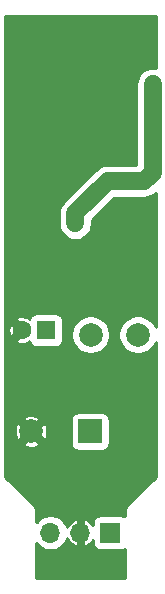
<source format=gbr>
%TF.GenerationSoftware,KiCad,Pcbnew,(5.1.9)-1*%
%TF.CreationDate,2021-02-17T20:09:15+00:00*%
%TF.ProjectId,TMBuck,544d4275-636b-42e6-9b69-6361645f7063,rev?*%
%TF.SameCoordinates,Original*%
%TF.FileFunction,Copper,L2,Bot*%
%TF.FilePolarity,Positive*%
%FSLAX46Y46*%
G04 Gerber Fmt 4.6, Leading zero omitted, Abs format (unit mm)*
G04 Created by KiCad (PCBNEW (5.1.9)-1) date 2021-02-17 20:09:15*
%MOMM*%
%LPD*%
G01*
G04 APERTURE LIST*
%TA.AperFunction,ComponentPad*%
%ADD10C,1.600000*%
%TD*%
%TA.AperFunction,ComponentPad*%
%ADD11R,1.600000X1.600000*%
%TD*%
%TA.AperFunction,ComponentPad*%
%ADD12C,2.000000*%
%TD*%
%TA.AperFunction,ComponentPad*%
%ADD13R,2.000000X2.000000*%
%TD*%
%TA.AperFunction,ComponentPad*%
%ADD14O,1.700000X1.700000*%
%TD*%
%TA.AperFunction,ComponentPad*%
%ADD15R,1.700000X1.700000*%
%TD*%
%TA.AperFunction,ViaPad*%
%ADD16C,0.600000*%
%TD*%
%TA.AperFunction,ViaPad*%
%ADD17C,0.900000*%
%TD*%
%TA.AperFunction,Conductor*%
%ADD18C,1.500000*%
%TD*%
%TA.AperFunction,Conductor*%
%ADD19C,0.254000*%
%TD*%
%TA.AperFunction,Conductor*%
%ADD20C,0.100000*%
%TD*%
G04 APERTURE END LIST*
D10*
%TO.P,C1,2*%
%TO.N,GND*%
X113390000Y-87470000D03*
D11*
%TO.P,C1,1*%
%TO.N,VCC*%
X115390000Y-87470000D03*
%TD*%
D12*
%TO.P,C2,2*%
%TO.N,GND*%
X114140000Y-96040000D03*
D13*
%TO.P,C2,1*%
%TO.N,+5V*%
X119140000Y-96040000D03*
%TD*%
D14*
%TO.P,J1,3*%
%TO.N,VCC*%
X115775000Y-104610000D03*
%TO.P,J1,2*%
%TO.N,GND*%
X118315000Y-104610000D03*
D15*
%TO.P,J1,1*%
%TO.N,+5V*%
X120855000Y-104610000D03*
%TD*%
D12*
%TO.P,L1,2*%
%TO.N,Net-(D1-Pad1)*%
X119170000Y-87840000D03*
%TO.P,L1,1*%
%TO.N,+5V*%
X123170000Y-87840000D03*
%TD*%
D16*
%TO.N,GND*%
X113120000Y-61290000D03*
X115660000Y-61290000D03*
X118200000Y-61290000D03*
X120740000Y-61290000D03*
X123280000Y-61290000D03*
X118120000Y-66160000D03*
X113610000Y-66120000D03*
X120375000Y-66160000D03*
X115865000Y-66160000D03*
X122630000Y-66160000D03*
X114140000Y-77980000D03*
X116200000Y-77970000D03*
X119850000Y-77990000D03*
X121760000Y-77980000D03*
X124300000Y-77980000D03*
X113200000Y-69280000D03*
X113200000Y-71820000D03*
X113200000Y-74360000D03*
X113200000Y-76900000D03*
D17*
%TO.N,Net-(D1-Pad1)*%
X117880000Y-78430000D03*
X124433940Y-66630000D03*
%TD*%
D18*
%TO.N,Net-(D1-Pad1)*%
X117880000Y-77578038D02*
X120608038Y-74850000D01*
X117880000Y-78430000D02*
X117880000Y-77578038D01*
X123700000Y-74850000D02*
X124433940Y-74116060D01*
X120608038Y-74850000D02*
X123700000Y-74850000D01*
X124433940Y-74116060D02*
X124433940Y-66630000D01*
X124433940Y-66630000D02*
X124433940Y-66630000D01*
%TD*%
D19*
%TO.N,GND*%
X124675950Y-65262135D02*
X124501977Y-65245000D01*
X124433940Y-65238299D01*
X124365904Y-65245000D01*
X124365903Y-65245000D01*
X124162433Y-65265040D01*
X123901359Y-65344236D01*
X123660752Y-65472843D01*
X123449859Y-65645919D01*
X123276783Y-65856812D01*
X123148176Y-66097419D01*
X123068980Y-66358493D01*
X123042239Y-66630000D01*
X123048941Y-66698047D01*
X123048940Y-73465000D01*
X120676064Y-73465000D01*
X120608037Y-73458300D01*
X120540010Y-73465000D01*
X120540001Y-73465000D01*
X120336531Y-73485040D01*
X120075457Y-73564236D01*
X119834850Y-73692843D01*
X119834848Y-73692844D01*
X119834849Y-73692844D01*
X119676804Y-73822548D01*
X119676802Y-73822550D01*
X119623957Y-73865919D01*
X119580588Y-73918764D01*
X116948764Y-76550589D01*
X116895920Y-76593957D01*
X116722843Y-76804850D01*
X116594236Y-77045457D01*
X116515040Y-77306531D01*
X116495000Y-77510001D01*
X116495000Y-77510009D01*
X116488300Y-77578038D01*
X116495000Y-77646067D01*
X116495000Y-78498036D01*
X116515040Y-78701506D01*
X116594236Y-78962580D01*
X116722843Y-79203187D01*
X116895919Y-79414080D01*
X117106812Y-79587157D01*
X117347419Y-79715764D01*
X117608493Y-79794960D01*
X117880000Y-79821701D01*
X118151506Y-79794960D01*
X118412580Y-79715764D01*
X118653187Y-79587157D01*
X118864080Y-79414081D01*
X119037157Y-79203188D01*
X119165764Y-78962581D01*
X119244960Y-78701507D01*
X119265000Y-78498037D01*
X119265000Y-78151723D01*
X121181724Y-76235000D01*
X123631971Y-76235000D01*
X123700000Y-76241700D01*
X123768029Y-76235000D01*
X123768037Y-76235000D01*
X123971507Y-76214960D01*
X124232581Y-76135764D01*
X124473188Y-76007157D01*
X124675950Y-75840754D01*
X124675951Y-87203226D01*
X124618918Y-87065537D01*
X124439987Y-86797748D01*
X124212252Y-86570013D01*
X123944463Y-86391082D01*
X123646912Y-86267832D01*
X123331033Y-86205000D01*
X123008967Y-86205000D01*
X122693088Y-86267832D01*
X122395537Y-86391082D01*
X122127748Y-86570013D01*
X121900013Y-86797748D01*
X121721082Y-87065537D01*
X121597832Y-87363088D01*
X121535000Y-87678967D01*
X121535000Y-88001033D01*
X121597832Y-88316912D01*
X121721082Y-88614463D01*
X121900013Y-88882252D01*
X122127748Y-89109987D01*
X122395537Y-89288918D01*
X122693088Y-89412168D01*
X123008967Y-89475000D01*
X123331033Y-89475000D01*
X123646912Y-89412168D01*
X123944463Y-89288918D01*
X124212252Y-89109987D01*
X124439987Y-88882252D01*
X124618918Y-88614463D01*
X124675951Y-88476774D01*
X124675951Y-99899083D01*
X122280232Y-102294803D01*
X122255281Y-102315280D01*
X122234804Y-102340231D01*
X122234802Y-102340233D01*
X122173547Y-102414872D01*
X122112814Y-102528495D01*
X122075415Y-102651785D01*
X122062787Y-102780000D01*
X122065951Y-102812125D01*
X122065951Y-103234762D01*
X122059494Y-103229463D01*
X121949180Y-103170498D01*
X121829482Y-103134188D01*
X121705000Y-103121928D01*
X120005000Y-103121928D01*
X119880518Y-103134188D01*
X119760820Y-103170498D01*
X119650506Y-103229463D01*
X119553815Y-103308815D01*
X119474463Y-103405506D01*
X119415498Y-103515820D01*
X119379188Y-103635518D01*
X119366928Y-103760000D01*
X119366928Y-103982363D01*
X119356576Y-103961404D01*
X119210028Y-103770665D01*
X119029084Y-103612181D01*
X118820698Y-103492043D01*
X118747930Y-103461914D01*
X118563000Y-103504731D01*
X118563000Y-104362000D01*
X118583000Y-104362000D01*
X118583000Y-104858000D01*
X118563000Y-104858000D01*
X118563000Y-105715269D01*
X118747930Y-105758086D01*
X118820698Y-105727957D01*
X119029084Y-105607819D01*
X119210028Y-105449335D01*
X119356576Y-105258596D01*
X119366928Y-105237637D01*
X119366928Y-105460000D01*
X119379188Y-105584482D01*
X119415498Y-105704180D01*
X119474463Y-105814494D01*
X119553815Y-105911185D01*
X119650506Y-105990537D01*
X119760820Y-106049502D01*
X119880518Y-106085812D01*
X120005000Y-106098072D01*
X121705000Y-106098072D01*
X121829482Y-106085812D01*
X121949180Y-106049502D01*
X122059494Y-105990537D01*
X122065950Y-105985238D01*
X122065950Y-108475950D01*
X114584050Y-108475950D01*
X114584050Y-105500547D01*
X114621525Y-105556632D01*
X114828368Y-105763475D01*
X115071589Y-105925990D01*
X115341842Y-106037932D01*
X115628740Y-106095000D01*
X115921260Y-106095000D01*
X116208158Y-106037932D01*
X116478411Y-105925990D01*
X116721632Y-105763475D01*
X116928475Y-105556632D01*
X117090990Y-105313411D01*
X117186550Y-105082709D01*
X117273424Y-105258596D01*
X117419972Y-105449335D01*
X117600916Y-105607819D01*
X117809302Y-105727957D01*
X117882070Y-105758086D01*
X118067000Y-105715269D01*
X118067000Y-104858000D01*
X118047000Y-104858000D01*
X118047000Y-104362000D01*
X118067000Y-104362000D01*
X118067000Y-103504731D01*
X117882070Y-103461914D01*
X117809302Y-103492043D01*
X117600916Y-103612181D01*
X117419972Y-103770665D01*
X117273424Y-103961404D01*
X117186550Y-104137291D01*
X117090990Y-103906589D01*
X116928475Y-103663368D01*
X116721632Y-103456525D01*
X116478411Y-103294010D01*
X116208158Y-103182068D01*
X115921260Y-103125000D01*
X115628740Y-103125000D01*
X115341842Y-103182068D01*
X115071589Y-103294010D01*
X114828368Y-103456525D01*
X114621525Y-103663368D01*
X114584050Y-103719453D01*
X114584050Y-102822117D01*
X114587213Y-102790000D01*
X114584050Y-102757883D01*
X114584050Y-102757875D01*
X114574586Y-102661784D01*
X114537187Y-102538495D01*
X114476453Y-102424871D01*
X114468246Y-102414871D01*
X114415199Y-102350232D01*
X114415192Y-102350225D01*
X114394720Y-102325280D01*
X114369776Y-102304809D01*
X111964050Y-99899085D01*
X111964050Y-97110092D01*
X113420633Y-97110092D01*
X113540509Y-97287051D01*
X113795316Y-97380044D01*
X114063369Y-97421540D01*
X114334367Y-97409944D01*
X114597895Y-97345702D01*
X114739491Y-97287051D01*
X114859367Y-97110092D01*
X114140000Y-96390725D01*
X113420633Y-97110092D01*
X111964050Y-97110092D01*
X111964050Y-95963369D01*
X112758460Y-95963369D01*
X112770056Y-96234367D01*
X112834298Y-96497895D01*
X112892949Y-96639491D01*
X113069908Y-96759367D01*
X113789275Y-96040000D01*
X114490725Y-96040000D01*
X115210092Y-96759367D01*
X115387051Y-96639491D01*
X115480044Y-96384684D01*
X115521540Y-96116631D01*
X115509944Y-95845633D01*
X115445702Y-95582105D01*
X115387051Y-95440509D01*
X115210092Y-95320633D01*
X114490725Y-96040000D01*
X113789275Y-96040000D01*
X113069908Y-95320633D01*
X112892949Y-95440509D01*
X112799956Y-95695316D01*
X112758460Y-95963369D01*
X111964050Y-95963369D01*
X111964050Y-94969908D01*
X113420633Y-94969908D01*
X114140000Y-95689275D01*
X114789275Y-95040000D01*
X117501928Y-95040000D01*
X117501928Y-97040000D01*
X117514188Y-97164482D01*
X117550498Y-97284180D01*
X117609463Y-97394494D01*
X117688815Y-97491185D01*
X117785506Y-97570537D01*
X117895820Y-97629502D01*
X118015518Y-97665812D01*
X118140000Y-97678072D01*
X120140000Y-97678072D01*
X120264482Y-97665812D01*
X120384180Y-97629502D01*
X120494494Y-97570537D01*
X120591185Y-97491185D01*
X120670537Y-97394494D01*
X120729502Y-97284180D01*
X120765812Y-97164482D01*
X120778072Y-97040000D01*
X120778072Y-95040000D01*
X120765812Y-94915518D01*
X120729502Y-94795820D01*
X120670537Y-94685506D01*
X120591185Y-94588815D01*
X120494494Y-94509463D01*
X120384180Y-94450498D01*
X120264482Y-94414188D01*
X120140000Y-94401928D01*
X118140000Y-94401928D01*
X118015518Y-94414188D01*
X117895820Y-94450498D01*
X117785506Y-94509463D01*
X117688815Y-94588815D01*
X117609463Y-94685506D01*
X117550498Y-94795820D01*
X117514188Y-94915518D01*
X117501928Y-95040000D01*
X114789275Y-95040000D01*
X114859367Y-94969908D01*
X114739491Y-94792949D01*
X114484684Y-94699956D01*
X114216631Y-94658460D01*
X113945633Y-94670056D01*
X113682105Y-94734298D01*
X113540509Y-94792949D01*
X113420633Y-94969908D01*
X111964050Y-94969908D01*
X111964050Y-87441192D01*
X112207656Y-87441192D01*
X112224754Y-87672409D01*
X112286632Y-87895848D01*
X112308681Y-87949079D01*
X112465235Y-88044040D01*
X113039275Y-87470000D01*
X112465235Y-86895960D01*
X112308681Y-86990921D01*
X112235995Y-87211082D01*
X112207656Y-87441192D01*
X111964050Y-87441192D01*
X111964050Y-86545235D01*
X112815960Y-86545235D01*
X113390000Y-87119275D01*
X113404143Y-87105133D01*
X113754868Y-87455858D01*
X113740725Y-87470000D01*
X113754868Y-87484143D01*
X113404143Y-87834868D01*
X113390000Y-87820725D01*
X112815960Y-88394765D01*
X112910921Y-88551319D01*
X113131082Y-88624005D01*
X113361192Y-88652344D01*
X113592409Y-88635246D01*
X113815848Y-88573368D01*
X113869079Y-88551319D01*
X113964039Y-88394766D01*
X113964377Y-88395104D01*
X114000498Y-88514180D01*
X114059463Y-88624494D01*
X114138815Y-88721185D01*
X114235506Y-88800537D01*
X114345820Y-88859502D01*
X114465518Y-88895812D01*
X114590000Y-88908072D01*
X116190000Y-88908072D01*
X116314482Y-88895812D01*
X116434180Y-88859502D01*
X116544494Y-88800537D01*
X116641185Y-88721185D01*
X116720537Y-88624494D01*
X116779502Y-88514180D01*
X116815812Y-88394482D01*
X116828072Y-88270000D01*
X116828072Y-87678967D01*
X117535000Y-87678967D01*
X117535000Y-88001033D01*
X117597832Y-88316912D01*
X117721082Y-88614463D01*
X117900013Y-88882252D01*
X118127748Y-89109987D01*
X118395537Y-89288918D01*
X118693088Y-89412168D01*
X119008967Y-89475000D01*
X119331033Y-89475000D01*
X119646912Y-89412168D01*
X119944463Y-89288918D01*
X120212252Y-89109987D01*
X120439987Y-88882252D01*
X120618918Y-88614463D01*
X120742168Y-88316912D01*
X120805000Y-88001033D01*
X120805000Y-87678967D01*
X120742168Y-87363088D01*
X120618918Y-87065537D01*
X120439987Y-86797748D01*
X120212252Y-86570013D01*
X119944463Y-86391082D01*
X119646912Y-86267832D01*
X119331033Y-86205000D01*
X119008967Y-86205000D01*
X118693088Y-86267832D01*
X118395537Y-86391082D01*
X118127748Y-86570013D01*
X117900013Y-86797748D01*
X117721082Y-87065537D01*
X117597832Y-87363088D01*
X117535000Y-87678967D01*
X116828072Y-87678967D01*
X116828072Y-86670000D01*
X116815812Y-86545518D01*
X116779502Y-86425820D01*
X116720537Y-86315506D01*
X116641185Y-86218815D01*
X116544494Y-86139463D01*
X116434180Y-86080498D01*
X116314482Y-86044188D01*
X116190000Y-86031928D01*
X114590000Y-86031928D01*
X114465518Y-86044188D01*
X114345820Y-86080498D01*
X114235506Y-86139463D01*
X114138815Y-86218815D01*
X114059463Y-86315506D01*
X114000498Y-86425820D01*
X113964377Y-86544896D01*
X113964039Y-86545234D01*
X113869079Y-86388681D01*
X113648918Y-86315995D01*
X113418808Y-86287656D01*
X113187591Y-86304754D01*
X112964152Y-86366632D01*
X112910921Y-86388681D01*
X112815960Y-86545235D01*
X111964050Y-86545235D01*
X111964050Y-60854050D01*
X124675950Y-60854050D01*
X124675950Y-65262135D01*
%TA.AperFunction,Conductor*%
D20*
G36*
X124675950Y-65262135D02*
G01*
X124501977Y-65245000D01*
X124433940Y-65238299D01*
X124365904Y-65245000D01*
X124365903Y-65245000D01*
X124162433Y-65265040D01*
X123901359Y-65344236D01*
X123660752Y-65472843D01*
X123449859Y-65645919D01*
X123276783Y-65856812D01*
X123148176Y-66097419D01*
X123068980Y-66358493D01*
X123042239Y-66630000D01*
X123048941Y-66698047D01*
X123048940Y-73465000D01*
X120676064Y-73465000D01*
X120608037Y-73458300D01*
X120540010Y-73465000D01*
X120540001Y-73465000D01*
X120336531Y-73485040D01*
X120075457Y-73564236D01*
X119834850Y-73692843D01*
X119834848Y-73692844D01*
X119834849Y-73692844D01*
X119676804Y-73822548D01*
X119676802Y-73822550D01*
X119623957Y-73865919D01*
X119580588Y-73918764D01*
X116948764Y-76550589D01*
X116895920Y-76593957D01*
X116722843Y-76804850D01*
X116594236Y-77045457D01*
X116515040Y-77306531D01*
X116495000Y-77510001D01*
X116495000Y-77510009D01*
X116488300Y-77578038D01*
X116495000Y-77646067D01*
X116495000Y-78498036D01*
X116515040Y-78701506D01*
X116594236Y-78962580D01*
X116722843Y-79203187D01*
X116895919Y-79414080D01*
X117106812Y-79587157D01*
X117347419Y-79715764D01*
X117608493Y-79794960D01*
X117880000Y-79821701D01*
X118151506Y-79794960D01*
X118412580Y-79715764D01*
X118653187Y-79587157D01*
X118864080Y-79414081D01*
X119037157Y-79203188D01*
X119165764Y-78962581D01*
X119244960Y-78701507D01*
X119265000Y-78498037D01*
X119265000Y-78151723D01*
X121181724Y-76235000D01*
X123631971Y-76235000D01*
X123700000Y-76241700D01*
X123768029Y-76235000D01*
X123768037Y-76235000D01*
X123971507Y-76214960D01*
X124232581Y-76135764D01*
X124473188Y-76007157D01*
X124675950Y-75840754D01*
X124675951Y-87203226D01*
X124618918Y-87065537D01*
X124439987Y-86797748D01*
X124212252Y-86570013D01*
X123944463Y-86391082D01*
X123646912Y-86267832D01*
X123331033Y-86205000D01*
X123008967Y-86205000D01*
X122693088Y-86267832D01*
X122395537Y-86391082D01*
X122127748Y-86570013D01*
X121900013Y-86797748D01*
X121721082Y-87065537D01*
X121597832Y-87363088D01*
X121535000Y-87678967D01*
X121535000Y-88001033D01*
X121597832Y-88316912D01*
X121721082Y-88614463D01*
X121900013Y-88882252D01*
X122127748Y-89109987D01*
X122395537Y-89288918D01*
X122693088Y-89412168D01*
X123008967Y-89475000D01*
X123331033Y-89475000D01*
X123646912Y-89412168D01*
X123944463Y-89288918D01*
X124212252Y-89109987D01*
X124439987Y-88882252D01*
X124618918Y-88614463D01*
X124675951Y-88476774D01*
X124675951Y-99899083D01*
X122280232Y-102294803D01*
X122255281Y-102315280D01*
X122234804Y-102340231D01*
X122234802Y-102340233D01*
X122173547Y-102414872D01*
X122112814Y-102528495D01*
X122075415Y-102651785D01*
X122062787Y-102780000D01*
X122065951Y-102812125D01*
X122065951Y-103234762D01*
X122059494Y-103229463D01*
X121949180Y-103170498D01*
X121829482Y-103134188D01*
X121705000Y-103121928D01*
X120005000Y-103121928D01*
X119880518Y-103134188D01*
X119760820Y-103170498D01*
X119650506Y-103229463D01*
X119553815Y-103308815D01*
X119474463Y-103405506D01*
X119415498Y-103515820D01*
X119379188Y-103635518D01*
X119366928Y-103760000D01*
X119366928Y-103982363D01*
X119356576Y-103961404D01*
X119210028Y-103770665D01*
X119029084Y-103612181D01*
X118820698Y-103492043D01*
X118747930Y-103461914D01*
X118563000Y-103504731D01*
X118563000Y-104362000D01*
X118583000Y-104362000D01*
X118583000Y-104858000D01*
X118563000Y-104858000D01*
X118563000Y-105715269D01*
X118747930Y-105758086D01*
X118820698Y-105727957D01*
X119029084Y-105607819D01*
X119210028Y-105449335D01*
X119356576Y-105258596D01*
X119366928Y-105237637D01*
X119366928Y-105460000D01*
X119379188Y-105584482D01*
X119415498Y-105704180D01*
X119474463Y-105814494D01*
X119553815Y-105911185D01*
X119650506Y-105990537D01*
X119760820Y-106049502D01*
X119880518Y-106085812D01*
X120005000Y-106098072D01*
X121705000Y-106098072D01*
X121829482Y-106085812D01*
X121949180Y-106049502D01*
X122059494Y-105990537D01*
X122065950Y-105985238D01*
X122065950Y-108475950D01*
X114584050Y-108475950D01*
X114584050Y-105500547D01*
X114621525Y-105556632D01*
X114828368Y-105763475D01*
X115071589Y-105925990D01*
X115341842Y-106037932D01*
X115628740Y-106095000D01*
X115921260Y-106095000D01*
X116208158Y-106037932D01*
X116478411Y-105925990D01*
X116721632Y-105763475D01*
X116928475Y-105556632D01*
X117090990Y-105313411D01*
X117186550Y-105082709D01*
X117273424Y-105258596D01*
X117419972Y-105449335D01*
X117600916Y-105607819D01*
X117809302Y-105727957D01*
X117882070Y-105758086D01*
X118067000Y-105715269D01*
X118067000Y-104858000D01*
X118047000Y-104858000D01*
X118047000Y-104362000D01*
X118067000Y-104362000D01*
X118067000Y-103504731D01*
X117882070Y-103461914D01*
X117809302Y-103492043D01*
X117600916Y-103612181D01*
X117419972Y-103770665D01*
X117273424Y-103961404D01*
X117186550Y-104137291D01*
X117090990Y-103906589D01*
X116928475Y-103663368D01*
X116721632Y-103456525D01*
X116478411Y-103294010D01*
X116208158Y-103182068D01*
X115921260Y-103125000D01*
X115628740Y-103125000D01*
X115341842Y-103182068D01*
X115071589Y-103294010D01*
X114828368Y-103456525D01*
X114621525Y-103663368D01*
X114584050Y-103719453D01*
X114584050Y-102822117D01*
X114587213Y-102790000D01*
X114584050Y-102757883D01*
X114584050Y-102757875D01*
X114574586Y-102661784D01*
X114537187Y-102538495D01*
X114476453Y-102424871D01*
X114468246Y-102414871D01*
X114415199Y-102350232D01*
X114415192Y-102350225D01*
X114394720Y-102325280D01*
X114369776Y-102304809D01*
X111964050Y-99899085D01*
X111964050Y-97110092D01*
X113420633Y-97110092D01*
X113540509Y-97287051D01*
X113795316Y-97380044D01*
X114063369Y-97421540D01*
X114334367Y-97409944D01*
X114597895Y-97345702D01*
X114739491Y-97287051D01*
X114859367Y-97110092D01*
X114140000Y-96390725D01*
X113420633Y-97110092D01*
X111964050Y-97110092D01*
X111964050Y-95963369D01*
X112758460Y-95963369D01*
X112770056Y-96234367D01*
X112834298Y-96497895D01*
X112892949Y-96639491D01*
X113069908Y-96759367D01*
X113789275Y-96040000D01*
X114490725Y-96040000D01*
X115210092Y-96759367D01*
X115387051Y-96639491D01*
X115480044Y-96384684D01*
X115521540Y-96116631D01*
X115509944Y-95845633D01*
X115445702Y-95582105D01*
X115387051Y-95440509D01*
X115210092Y-95320633D01*
X114490725Y-96040000D01*
X113789275Y-96040000D01*
X113069908Y-95320633D01*
X112892949Y-95440509D01*
X112799956Y-95695316D01*
X112758460Y-95963369D01*
X111964050Y-95963369D01*
X111964050Y-94969908D01*
X113420633Y-94969908D01*
X114140000Y-95689275D01*
X114789275Y-95040000D01*
X117501928Y-95040000D01*
X117501928Y-97040000D01*
X117514188Y-97164482D01*
X117550498Y-97284180D01*
X117609463Y-97394494D01*
X117688815Y-97491185D01*
X117785506Y-97570537D01*
X117895820Y-97629502D01*
X118015518Y-97665812D01*
X118140000Y-97678072D01*
X120140000Y-97678072D01*
X120264482Y-97665812D01*
X120384180Y-97629502D01*
X120494494Y-97570537D01*
X120591185Y-97491185D01*
X120670537Y-97394494D01*
X120729502Y-97284180D01*
X120765812Y-97164482D01*
X120778072Y-97040000D01*
X120778072Y-95040000D01*
X120765812Y-94915518D01*
X120729502Y-94795820D01*
X120670537Y-94685506D01*
X120591185Y-94588815D01*
X120494494Y-94509463D01*
X120384180Y-94450498D01*
X120264482Y-94414188D01*
X120140000Y-94401928D01*
X118140000Y-94401928D01*
X118015518Y-94414188D01*
X117895820Y-94450498D01*
X117785506Y-94509463D01*
X117688815Y-94588815D01*
X117609463Y-94685506D01*
X117550498Y-94795820D01*
X117514188Y-94915518D01*
X117501928Y-95040000D01*
X114789275Y-95040000D01*
X114859367Y-94969908D01*
X114739491Y-94792949D01*
X114484684Y-94699956D01*
X114216631Y-94658460D01*
X113945633Y-94670056D01*
X113682105Y-94734298D01*
X113540509Y-94792949D01*
X113420633Y-94969908D01*
X111964050Y-94969908D01*
X111964050Y-87441192D01*
X112207656Y-87441192D01*
X112224754Y-87672409D01*
X112286632Y-87895848D01*
X112308681Y-87949079D01*
X112465235Y-88044040D01*
X113039275Y-87470000D01*
X112465235Y-86895960D01*
X112308681Y-86990921D01*
X112235995Y-87211082D01*
X112207656Y-87441192D01*
X111964050Y-87441192D01*
X111964050Y-86545235D01*
X112815960Y-86545235D01*
X113390000Y-87119275D01*
X113404143Y-87105133D01*
X113754868Y-87455858D01*
X113740725Y-87470000D01*
X113754868Y-87484143D01*
X113404143Y-87834868D01*
X113390000Y-87820725D01*
X112815960Y-88394765D01*
X112910921Y-88551319D01*
X113131082Y-88624005D01*
X113361192Y-88652344D01*
X113592409Y-88635246D01*
X113815848Y-88573368D01*
X113869079Y-88551319D01*
X113964039Y-88394766D01*
X113964377Y-88395104D01*
X114000498Y-88514180D01*
X114059463Y-88624494D01*
X114138815Y-88721185D01*
X114235506Y-88800537D01*
X114345820Y-88859502D01*
X114465518Y-88895812D01*
X114590000Y-88908072D01*
X116190000Y-88908072D01*
X116314482Y-88895812D01*
X116434180Y-88859502D01*
X116544494Y-88800537D01*
X116641185Y-88721185D01*
X116720537Y-88624494D01*
X116779502Y-88514180D01*
X116815812Y-88394482D01*
X116828072Y-88270000D01*
X116828072Y-87678967D01*
X117535000Y-87678967D01*
X117535000Y-88001033D01*
X117597832Y-88316912D01*
X117721082Y-88614463D01*
X117900013Y-88882252D01*
X118127748Y-89109987D01*
X118395537Y-89288918D01*
X118693088Y-89412168D01*
X119008967Y-89475000D01*
X119331033Y-89475000D01*
X119646912Y-89412168D01*
X119944463Y-89288918D01*
X120212252Y-89109987D01*
X120439987Y-88882252D01*
X120618918Y-88614463D01*
X120742168Y-88316912D01*
X120805000Y-88001033D01*
X120805000Y-87678967D01*
X120742168Y-87363088D01*
X120618918Y-87065537D01*
X120439987Y-86797748D01*
X120212252Y-86570013D01*
X119944463Y-86391082D01*
X119646912Y-86267832D01*
X119331033Y-86205000D01*
X119008967Y-86205000D01*
X118693088Y-86267832D01*
X118395537Y-86391082D01*
X118127748Y-86570013D01*
X117900013Y-86797748D01*
X117721082Y-87065537D01*
X117597832Y-87363088D01*
X117535000Y-87678967D01*
X116828072Y-87678967D01*
X116828072Y-86670000D01*
X116815812Y-86545518D01*
X116779502Y-86425820D01*
X116720537Y-86315506D01*
X116641185Y-86218815D01*
X116544494Y-86139463D01*
X116434180Y-86080498D01*
X116314482Y-86044188D01*
X116190000Y-86031928D01*
X114590000Y-86031928D01*
X114465518Y-86044188D01*
X114345820Y-86080498D01*
X114235506Y-86139463D01*
X114138815Y-86218815D01*
X114059463Y-86315506D01*
X114000498Y-86425820D01*
X113964377Y-86544896D01*
X113964039Y-86545234D01*
X113869079Y-86388681D01*
X113648918Y-86315995D01*
X113418808Y-86287656D01*
X113187591Y-86304754D01*
X112964152Y-86366632D01*
X112910921Y-86388681D01*
X112815960Y-86545235D01*
X111964050Y-86545235D01*
X111964050Y-60854050D01*
X124675950Y-60854050D01*
X124675950Y-65262135D01*
G37*
%TD.AperFunction*%
%TD*%
M02*

</source>
